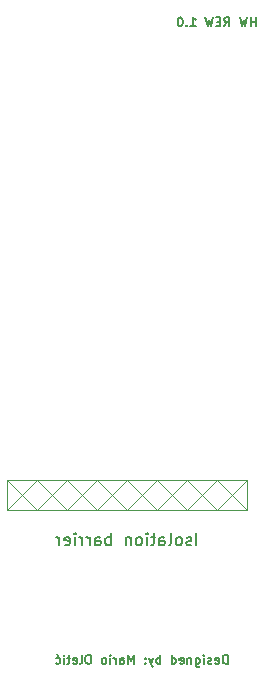
<source format=gbr>
G04 #@! TF.GenerationSoftware,KiCad,Pcbnew,(5.1.2)-2*
G04 #@! TF.CreationDate,2019-10-15T13:17:40+02:00*
G04 #@! TF.ProjectId,USB_UART_Iolated,5553425f-5541-4525-945f-496f6c617465,rev?*
G04 #@! TF.SameCoordinates,Original*
G04 #@! TF.FileFunction,Legend,Bot*
G04 #@! TF.FilePolarity,Positive*
%FSLAX46Y46*%
G04 Gerber Fmt 4.6, Leading zero omitted, Abs format (unit mm)*
G04 Created by KiCad (PCBNEW (5.1.2)-2) date 2019-10-15 13:17:40*
%MOMM*%
%LPD*%
G04 APERTURE LIST*
%ADD10C,0.150000*%
%ADD11C,0.177800*%
%ADD12C,0.120000*%
G04 APERTURE END LIST*
D10*
X148227142Y-126074714D02*
X148227142Y-125312714D01*
X148045714Y-125312714D01*
X147936857Y-125349000D01*
X147864285Y-125421571D01*
X147828000Y-125494142D01*
X147791714Y-125639285D01*
X147791714Y-125748142D01*
X147828000Y-125893285D01*
X147864285Y-125965857D01*
X147936857Y-126038428D01*
X148045714Y-126074714D01*
X148227142Y-126074714D01*
X147174857Y-126038428D02*
X147247428Y-126074714D01*
X147392571Y-126074714D01*
X147465142Y-126038428D01*
X147501428Y-125965857D01*
X147501428Y-125675571D01*
X147465142Y-125603000D01*
X147392571Y-125566714D01*
X147247428Y-125566714D01*
X147174857Y-125603000D01*
X147138571Y-125675571D01*
X147138571Y-125748142D01*
X147501428Y-125820714D01*
X146848285Y-126038428D02*
X146775714Y-126074714D01*
X146630571Y-126074714D01*
X146558000Y-126038428D01*
X146521714Y-125965857D01*
X146521714Y-125929571D01*
X146558000Y-125857000D01*
X146630571Y-125820714D01*
X146739428Y-125820714D01*
X146812000Y-125784428D01*
X146848285Y-125711857D01*
X146848285Y-125675571D01*
X146812000Y-125603000D01*
X146739428Y-125566714D01*
X146630571Y-125566714D01*
X146558000Y-125603000D01*
X146195142Y-126074714D02*
X146195142Y-125566714D01*
X146195142Y-125312714D02*
X146231428Y-125349000D01*
X146195142Y-125385285D01*
X146158857Y-125349000D01*
X146195142Y-125312714D01*
X146195142Y-125385285D01*
X145505714Y-125566714D02*
X145505714Y-126183571D01*
X145542000Y-126256142D01*
X145578285Y-126292428D01*
X145650857Y-126328714D01*
X145759714Y-126328714D01*
X145832285Y-126292428D01*
X145505714Y-126038428D02*
X145578285Y-126074714D01*
X145723428Y-126074714D01*
X145796000Y-126038428D01*
X145832285Y-126002142D01*
X145868571Y-125929571D01*
X145868571Y-125711857D01*
X145832285Y-125639285D01*
X145796000Y-125603000D01*
X145723428Y-125566714D01*
X145578285Y-125566714D01*
X145505714Y-125603000D01*
X145142857Y-125566714D02*
X145142857Y-126074714D01*
X145142857Y-125639285D02*
X145106571Y-125603000D01*
X145034000Y-125566714D01*
X144925142Y-125566714D01*
X144852571Y-125603000D01*
X144816285Y-125675571D01*
X144816285Y-126074714D01*
X144163142Y-126038428D02*
X144235714Y-126074714D01*
X144380857Y-126074714D01*
X144453428Y-126038428D01*
X144489714Y-125965857D01*
X144489714Y-125675571D01*
X144453428Y-125603000D01*
X144380857Y-125566714D01*
X144235714Y-125566714D01*
X144163142Y-125603000D01*
X144126857Y-125675571D01*
X144126857Y-125748142D01*
X144489714Y-125820714D01*
X143473714Y-126074714D02*
X143473714Y-125312714D01*
X143473714Y-126038428D02*
X143546285Y-126074714D01*
X143691428Y-126074714D01*
X143764000Y-126038428D01*
X143800285Y-126002142D01*
X143836571Y-125929571D01*
X143836571Y-125711857D01*
X143800285Y-125639285D01*
X143764000Y-125603000D01*
X143691428Y-125566714D01*
X143546285Y-125566714D01*
X143473714Y-125603000D01*
X142530285Y-126074714D02*
X142530285Y-125312714D01*
X142530285Y-125603000D02*
X142457714Y-125566714D01*
X142312571Y-125566714D01*
X142240000Y-125603000D01*
X142203714Y-125639285D01*
X142167428Y-125711857D01*
X142167428Y-125929571D01*
X142203714Y-126002142D01*
X142240000Y-126038428D01*
X142312571Y-126074714D01*
X142457714Y-126074714D01*
X142530285Y-126038428D01*
X141913428Y-125566714D02*
X141732000Y-126074714D01*
X141550571Y-125566714D02*
X141732000Y-126074714D01*
X141804571Y-126256142D01*
X141840857Y-126292428D01*
X141913428Y-126328714D01*
X141260285Y-126002142D02*
X141224000Y-126038428D01*
X141260285Y-126074714D01*
X141296571Y-126038428D01*
X141260285Y-126002142D01*
X141260285Y-126074714D01*
X141260285Y-125603000D02*
X141224000Y-125639285D01*
X141260285Y-125675571D01*
X141296571Y-125639285D01*
X141260285Y-125603000D01*
X141260285Y-125675571D01*
X140316857Y-126074714D02*
X140316857Y-125312714D01*
X140062857Y-125857000D01*
X139808857Y-125312714D01*
X139808857Y-126074714D01*
X139119428Y-126074714D02*
X139119428Y-125675571D01*
X139155714Y-125603000D01*
X139228285Y-125566714D01*
X139373428Y-125566714D01*
X139446000Y-125603000D01*
X139119428Y-126038428D02*
X139192000Y-126074714D01*
X139373428Y-126074714D01*
X139446000Y-126038428D01*
X139482285Y-125965857D01*
X139482285Y-125893285D01*
X139446000Y-125820714D01*
X139373428Y-125784428D01*
X139192000Y-125784428D01*
X139119428Y-125748142D01*
X138756571Y-126074714D02*
X138756571Y-125566714D01*
X138756571Y-125711857D02*
X138720285Y-125639285D01*
X138684000Y-125603000D01*
X138611428Y-125566714D01*
X138538857Y-125566714D01*
X138284857Y-126074714D02*
X138284857Y-125566714D01*
X138284857Y-125312714D02*
X138321142Y-125349000D01*
X138284857Y-125385285D01*
X138248571Y-125349000D01*
X138284857Y-125312714D01*
X138284857Y-125385285D01*
X137813142Y-126074714D02*
X137885714Y-126038428D01*
X137922000Y-126002142D01*
X137958285Y-125929571D01*
X137958285Y-125711857D01*
X137922000Y-125639285D01*
X137885714Y-125603000D01*
X137813142Y-125566714D01*
X137704285Y-125566714D01*
X137631714Y-125603000D01*
X137595428Y-125639285D01*
X137559142Y-125711857D01*
X137559142Y-125929571D01*
X137595428Y-126002142D01*
X137631714Y-126038428D01*
X137704285Y-126074714D01*
X137813142Y-126074714D01*
X136506857Y-125312714D02*
X136361714Y-125312714D01*
X136289142Y-125349000D01*
X136216571Y-125421571D01*
X136180285Y-125566714D01*
X136180285Y-125820714D01*
X136216571Y-125965857D01*
X136289142Y-126038428D01*
X136361714Y-126074714D01*
X136506857Y-126074714D01*
X136579428Y-126038428D01*
X136652000Y-125965857D01*
X136688285Y-125820714D01*
X136688285Y-125566714D01*
X136652000Y-125421571D01*
X136579428Y-125349000D01*
X136506857Y-125312714D01*
X135744857Y-126074714D02*
X135817428Y-126038428D01*
X135853714Y-125965857D01*
X135853714Y-125312714D01*
X135164285Y-126038428D02*
X135236857Y-126074714D01*
X135382000Y-126074714D01*
X135454571Y-126038428D01*
X135490857Y-125965857D01*
X135490857Y-125675571D01*
X135454571Y-125603000D01*
X135382000Y-125566714D01*
X135236857Y-125566714D01*
X135164285Y-125603000D01*
X135128000Y-125675571D01*
X135128000Y-125748142D01*
X135490857Y-125820714D01*
X134910285Y-125566714D02*
X134620000Y-125566714D01*
X134801428Y-125312714D02*
X134801428Y-125965857D01*
X134765142Y-126038428D01*
X134692571Y-126074714D01*
X134620000Y-126074714D01*
X134366000Y-126074714D02*
X134366000Y-125566714D01*
X134366000Y-125312714D02*
X134402285Y-125349000D01*
X134366000Y-125385285D01*
X134329714Y-125349000D01*
X134366000Y-125312714D01*
X134366000Y-125385285D01*
X133676571Y-126038428D02*
X133749142Y-126074714D01*
X133894285Y-126074714D01*
X133966857Y-126038428D01*
X134003142Y-126002142D01*
X134039428Y-125929571D01*
X134039428Y-125711857D01*
X134003142Y-125639285D01*
X133966857Y-125603000D01*
X133894285Y-125566714D01*
X133749142Y-125566714D01*
X133676571Y-125603000D01*
X133749142Y-125276428D02*
X133858000Y-125385285D01*
X150622000Y-72099714D02*
X150622000Y-71337714D01*
X150622000Y-71700571D02*
X150186571Y-71700571D01*
X150186571Y-72099714D02*
X150186571Y-71337714D01*
X149896285Y-71337714D02*
X149714857Y-72099714D01*
X149569714Y-71555428D01*
X149424571Y-72099714D01*
X149243142Y-71337714D01*
X147936857Y-72099714D02*
X148190857Y-71736857D01*
X148372285Y-72099714D02*
X148372285Y-71337714D01*
X148082000Y-71337714D01*
X148009428Y-71374000D01*
X147973142Y-71410285D01*
X147936857Y-71482857D01*
X147936857Y-71591714D01*
X147973142Y-71664285D01*
X148009428Y-71700571D01*
X148082000Y-71736857D01*
X148372285Y-71736857D01*
X147610285Y-71700571D02*
X147356285Y-71700571D01*
X147247428Y-72099714D02*
X147610285Y-72099714D01*
X147610285Y-71337714D01*
X147247428Y-71337714D01*
X146993428Y-71337714D02*
X146812000Y-72099714D01*
X146666857Y-71555428D01*
X146521714Y-72099714D01*
X146340285Y-71337714D01*
X145070285Y-72099714D02*
X145505714Y-72099714D01*
X145288000Y-72099714D02*
X145288000Y-71337714D01*
X145360571Y-71446571D01*
X145433142Y-71519142D01*
X145505714Y-71555428D01*
X144743714Y-72027142D02*
X144707428Y-72063428D01*
X144743714Y-72099714D01*
X144780000Y-72063428D01*
X144743714Y-72027142D01*
X144743714Y-72099714D01*
X144235714Y-71337714D02*
X144163142Y-71337714D01*
X144090571Y-71374000D01*
X144054285Y-71410285D01*
X144018000Y-71482857D01*
X143981714Y-71628000D01*
X143981714Y-71809428D01*
X144018000Y-71954571D01*
X144054285Y-72027142D01*
X144090571Y-72063428D01*
X144163142Y-72099714D01*
X144235714Y-72099714D01*
X144308285Y-72063428D01*
X144344571Y-72027142D01*
X144380857Y-71954571D01*
X144417142Y-71809428D01*
X144417142Y-71628000D01*
X144380857Y-71482857D01*
X144344571Y-71410285D01*
X144308285Y-71374000D01*
X144235714Y-71337714D01*
D11*
X145580952Y-116022380D02*
X145580952Y-115022380D01*
X145152380Y-115974761D02*
X145057142Y-116022380D01*
X144866666Y-116022380D01*
X144771428Y-115974761D01*
X144723809Y-115879523D01*
X144723809Y-115831904D01*
X144771428Y-115736666D01*
X144866666Y-115689047D01*
X145009523Y-115689047D01*
X145104761Y-115641428D01*
X145152380Y-115546190D01*
X145152380Y-115498571D01*
X145104761Y-115403333D01*
X145009523Y-115355714D01*
X144866666Y-115355714D01*
X144771428Y-115403333D01*
X144152380Y-116022380D02*
X144247619Y-115974761D01*
X144295238Y-115927142D01*
X144342857Y-115831904D01*
X144342857Y-115546190D01*
X144295238Y-115450952D01*
X144247619Y-115403333D01*
X144152380Y-115355714D01*
X144009523Y-115355714D01*
X143914285Y-115403333D01*
X143866666Y-115450952D01*
X143819047Y-115546190D01*
X143819047Y-115831904D01*
X143866666Y-115927142D01*
X143914285Y-115974761D01*
X144009523Y-116022380D01*
X144152380Y-116022380D01*
X143247619Y-116022380D02*
X143342857Y-115974761D01*
X143390476Y-115879523D01*
X143390476Y-115022380D01*
X142438095Y-116022380D02*
X142438095Y-115498571D01*
X142485714Y-115403333D01*
X142580952Y-115355714D01*
X142771428Y-115355714D01*
X142866666Y-115403333D01*
X142438095Y-115974761D02*
X142533333Y-116022380D01*
X142771428Y-116022380D01*
X142866666Y-115974761D01*
X142914285Y-115879523D01*
X142914285Y-115784285D01*
X142866666Y-115689047D01*
X142771428Y-115641428D01*
X142533333Y-115641428D01*
X142438095Y-115593809D01*
X142104761Y-115355714D02*
X141723809Y-115355714D01*
X141961904Y-115022380D02*
X141961904Y-115879523D01*
X141914285Y-115974761D01*
X141819047Y-116022380D01*
X141723809Y-116022380D01*
X141390476Y-116022380D02*
X141390476Y-115355714D01*
X141390476Y-115022380D02*
X141438095Y-115070000D01*
X141390476Y-115117619D01*
X141342857Y-115070000D01*
X141390476Y-115022380D01*
X141390476Y-115117619D01*
X140771428Y-116022380D02*
X140866666Y-115974761D01*
X140914285Y-115927142D01*
X140961904Y-115831904D01*
X140961904Y-115546190D01*
X140914285Y-115450952D01*
X140866666Y-115403333D01*
X140771428Y-115355714D01*
X140628571Y-115355714D01*
X140533333Y-115403333D01*
X140485714Y-115450952D01*
X140438095Y-115546190D01*
X140438095Y-115831904D01*
X140485714Y-115927142D01*
X140533333Y-115974761D01*
X140628571Y-116022380D01*
X140771428Y-116022380D01*
X140009523Y-115355714D02*
X140009523Y-116022380D01*
X140009523Y-115450952D02*
X139961904Y-115403333D01*
X139866666Y-115355714D01*
X139723809Y-115355714D01*
X139628571Y-115403333D01*
X139580952Y-115498571D01*
X139580952Y-116022380D01*
X138342857Y-116022380D02*
X138342857Y-115022380D01*
X138342857Y-115403333D02*
X138247619Y-115355714D01*
X138057142Y-115355714D01*
X137961904Y-115403333D01*
X137914285Y-115450952D01*
X137866666Y-115546190D01*
X137866666Y-115831904D01*
X137914285Y-115927142D01*
X137961904Y-115974761D01*
X138057142Y-116022380D01*
X138247619Y-116022380D01*
X138342857Y-115974761D01*
X137009523Y-116022380D02*
X137009523Y-115498571D01*
X137057142Y-115403333D01*
X137152380Y-115355714D01*
X137342857Y-115355714D01*
X137438095Y-115403333D01*
X137009523Y-115974761D02*
X137104761Y-116022380D01*
X137342857Y-116022380D01*
X137438095Y-115974761D01*
X137485714Y-115879523D01*
X137485714Y-115784285D01*
X137438095Y-115689047D01*
X137342857Y-115641428D01*
X137104761Y-115641428D01*
X137009523Y-115593809D01*
X136533333Y-116022380D02*
X136533333Y-115355714D01*
X136533333Y-115546190D02*
X136485714Y-115450952D01*
X136438095Y-115403333D01*
X136342857Y-115355714D01*
X136247619Y-115355714D01*
X135914285Y-116022380D02*
X135914285Y-115355714D01*
X135914285Y-115546190D02*
X135866666Y-115450952D01*
X135819047Y-115403333D01*
X135723809Y-115355714D01*
X135628571Y-115355714D01*
X135295238Y-116022380D02*
X135295238Y-115355714D01*
X135295238Y-115022380D02*
X135342857Y-115070000D01*
X135295238Y-115117619D01*
X135247619Y-115070000D01*
X135295238Y-115022380D01*
X135295238Y-115117619D01*
X134438095Y-115974761D02*
X134533333Y-116022380D01*
X134723809Y-116022380D01*
X134819047Y-115974761D01*
X134866666Y-115879523D01*
X134866666Y-115498571D01*
X134819047Y-115403333D01*
X134723809Y-115355714D01*
X134533333Y-115355714D01*
X134438095Y-115403333D01*
X134390476Y-115498571D01*
X134390476Y-115593809D01*
X134866666Y-115689047D01*
X133961904Y-116022380D02*
X133961904Y-115355714D01*
X133961904Y-115546190D02*
X133914285Y-115450952D01*
X133866666Y-115403333D01*
X133771428Y-115355714D01*
X133676190Y-115355714D01*
D12*
X147320000Y-110490000D02*
X149860000Y-113030000D01*
X144780000Y-113030000D02*
X147320000Y-110490000D01*
X142240000Y-110490000D02*
X144780000Y-113030000D01*
X139700000Y-113030000D02*
X142240000Y-110490000D01*
X137160000Y-110490000D02*
X139700000Y-113030000D01*
X134620000Y-113030000D02*
X137160000Y-110490000D01*
X132080000Y-110490000D02*
X134620000Y-113030000D01*
X129540000Y-113030000D02*
X132080000Y-110490000D01*
X149860000Y-110490000D02*
X149860000Y-113030000D01*
X129540000Y-110490000D02*
X129540000Y-113030000D01*
X132080000Y-113030000D02*
X129540000Y-110490000D01*
X134620000Y-110490000D02*
X132080000Y-113030000D01*
X137160000Y-113030000D02*
X134620000Y-110490000D01*
X139700000Y-110490000D02*
X137160000Y-113030000D01*
X142240000Y-113030000D02*
X139700000Y-110490000D01*
X144780000Y-110490000D02*
X142240000Y-113030000D01*
X147320000Y-113030000D02*
X144780000Y-110490000D01*
X149860000Y-110490000D02*
X147320000Y-113030000D01*
X129540000Y-113030000D02*
X149860000Y-113030000D01*
X129540000Y-110490000D02*
X149860000Y-110490000D01*
M02*

</source>
